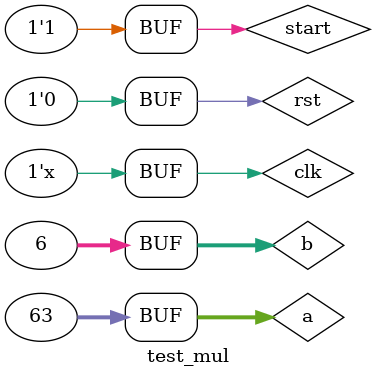
<source format=v>
`timescale 1ns / 1ps


module test_mul;

	// Inputs
	reg clk;
	reg rst;
	reg start;
	reg [31:0] a;
	reg [31:0] b;

	// Outputs
	wire done;
	wire [31:0] yji;

	// Instantiate the Unit Under Test (UUT)
	mul uut (
		.clk(clk), 
		.rst(rst), 
		.start(start), 
		.a(a), 
		.b(b), 
		.done(done), 
		.yji(yji)
	);

	initial begin
		// Initialize Inputs
		clk = 0;
		rst = 1;
		start = 1;
		a = 63;
		b = 6;
		#10;
		rst=0;
		// Wait 100 ns for global reset to finish
		#100;
        
	
	end	// Add stimulus here
		always begin #20;clk=~clk; end
      
endmodule


</source>
